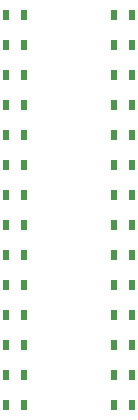
<source format=gbr>
G04 #@! TF.GenerationSoftware,KiCad,Pcbnew,(5.1.6)-1*
G04 #@! TF.CreationDate,2020-12-06T15:05:41+11:00*
G04 #@! TF.ProjectId,EAadaptor,45416164-6170-4746-9f72-2e6b69636164,rev?*
G04 #@! TF.SameCoordinates,Original*
G04 #@! TF.FileFunction,Paste,Top*
G04 #@! TF.FilePolarity,Positive*
%FSLAX46Y46*%
G04 Gerber Fmt 4.6, Leading zero omitted, Abs format (unit mm)*
G04 Created by KiCad (PCBNEW (5.1.6)-1) date 2020-12-06 15:05:41*
%MOMM*%
%LPD*%
G01*
G04 APERTURE LIST*
%ADD10R,0.500000X0.900000*%
G04 APERTURE END LIST*
D10*
X140486000Y-111506000D03*
X141986000Y-111506000D03*
X151118000Y-78486000D03*
X149618000Y-78486000D03*
X151118000Y-98806000D03*
X149618000Y-98806000D03*
X149618000Y-96266000D03*
X151118000Y-96266000D03*
X151118000Y-93726000D03*
X149618000Y-93726000D03*
X149618000Y-91186000D03*
X151118000Y-91186000D03*
X151118000Y-88646000D03*
X149618000Y-88646000D03*
X149618000Y-86106000D03*
X151118000Y-86106000D03*
X151118000Y-83566000D03*
X149618000Y-83566000D03*
X149618000Y-81026000D03*
X151118000Y-81026000D03*
X141974000Y-101346000D03*
X140474000Y-101346000D03*
X140474000Y-98806000D03*
X141974000Y-98806000D03*
X141974000Y-96266000D03*
X140474000Y-96266000D03*
X140474000Y-93726000D03*
X141974000Y-93726000D03*
X141974000Y-91186000D03*
X140474000Y-91186000D03*
X140474000Y-88646000D03*
X141974000Y-88646000D03*
X141974000Y-86106000D03*
X140474000Y-86106000D03*
X140474000Y-83566000D03*
X141974000Y-83566000D03*
X141974000Y-81026000D03*
X140474000Y-81026000D03*
X140474000Y-78486000D03*
X141974000Y-78486000D03*
X149630000Y-111506000D03*
X151130000Y-111506000D03*
X151118000Y-101346000D03*
X149618000Y-101346000D03*
X149618000Y-103886000D03*
X151118000Y-103886000D03*
X151130000Y-106426000D03*
X149630000Y-106426000D03*
X149618000Y-108966000D03*
X151118000Y-108966000D03*
X141974000Y-108966000D03*
X140474000Y-108966000D03*
X140474000Y-106426000D03*
X141974000Y-106426000D03*
X141974000Y-103886000D03*
X140474000Y-103886000D03*
M02*

</source>
